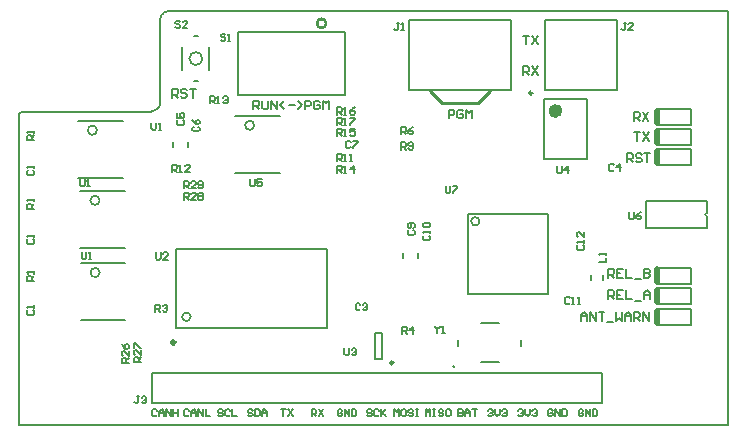
<source format=gto>
G04*
G04 #@! TF.GenerationSoftware,Altium Limited,Altium Designer,18.0.12 (696)*
G04*
G04 Layer_Color=65535*
%FSLAX44Y44*%
%MOMM*%
G71*
G01*
G75*
%ADD10C,0.2000*%
%ADD11C,0.3000*%
%ADD12C,0.1524*%
%ADD13C,0.0000*%
%ADD14C,0.2540*%
%ADD15C,0.2500*%
%ADD16C,0.6000*%
%ADD17C,0.2032*%
%ADD18C,0.5000*%
%ADD19C,0.1500*%
%ADD20C,0.1520*%
D10*
X145606Y91402D02*
G03*
X145606Y91402I-3605J0D01*
G01*
X583074Y179625D02*
G03*
X583074Y176375I0J-1625D01*
G01*
X155500Y310000D02*
G03*
X155500Y310000I-5500J0D01*
G01*
X113151Y43700D02*
X494151D01*
Y18300D02*
Y43700D01*
X113151Y18300D02*
X494151D01*
X113151D02*
Y43700D01*
X133000Y82152D02*
Y148652D01*
X261000D01*
Y82152D02*
Y148652D01*
X133000Y82152D02*
X261000D01*
X446024Y342972D02*
X506984D01*
Y283028D02*
Y342972D01*
X446024Y283028D02*
X506984D01*
X446024D02*
Y342972D01*
X583074Y179625D02*
Y189650D01*
Y166350D02*
Y176375D01*
X531074Y166350D02*
X583074D01*
X531074D02*
Y189650D01*
X583074D01*
X540510Y102216D02*
X569000D01*
Y115716D01*
X540510D02*
X569000D01*
X540510Y119488D02*
X569000D01*
Y132988D01*
X540510D02*
X569000D01*
X540510Y84436D02*
X569000D01*
Y97936D01*
X540510D02*
X569000D01*
X391160Y86090D02*
X406400D01*
X425450Y67040D02*
Y72120D01*
X391160Y53070D02*
X406400D01*
X372110Y67040D02*
Y72120D01*
X540512Y233272D02*
X569002D01*
Y219772D02*
Y233272D01*
X540512Y219772D02*
X569002D01*
X540512Y267278D02*
X569002D01*
Y253778D02*
Y267278D01*
X540512Y253778D02*
X569002D01*
X540512Y250275D02*
X569002D01*
Y236775D02*
Y250275D01*
X540512Y236775D02*
X569002D01*
X416814Y283028D02*
Y342972D01*
X330454D02*
X416814D01*
X330454Y283028D02*
Y342972D01*
Y283028D02*
X416814D01*
X185280Y278820D02*
Y332160D01*
X275958Y278820D02*
Y332160D01*
X185280D02*
X275958D01*
X185280Y278820D02*
X275958D01*
X484557Y122460D02*
Y126460D01*
X494557Y122460D02*
Y126460D01*
X130656Y234982D02*
Y238982D01*
X143156Y234982D02*
Y238982D01*
X338250Y141256D02*
Y145256D01*
X325750Y141256D02*
Y145256D01*
X301546Y55548D02*
X307546D01*
X301546Y77548D02*
X307546D01*
Y55548D02*
Y77548D01*
X301546Y55548D02*
Y77548D01*
X444542Y224690D02*
Y275690D01*
X481542Y224690D02*
Y275690D01*
X444542D02*
X481542D01*
X444542Y224690D02*
X481542D01*
X148250Y290750D02*
X151500D01*
X161500Y300500D02*
Y319500D01*
X148250Y329250D02*
X151500D01*
X138250Y300500D02*
Y319500D01*
X364000Y259332D02*
Y266829D01*
X367749D01*
X368998Y265580D01*
Y263081D01*
X367749Y261831D01*
X364000D01*
X376496Y265580D02*
X375246Y266829D01*
X372747D01*
X371498Y265580D01*
Y260581D01*
X372747Y259332D01*
X375246D01*
X376496Y260581D01*
Y263081D01*
X373997D01*
X378995Y259332D02*
Y266829D01*
X381494Y264330D01*
X383994Y266829D01*
Y259332D01*
X129926Y277000D02*
Y284498D01*
X133675D01*
X134924Y283248D01*
Y280749D01*
X133675Y279499D01*
X129926D01*
X132425D02*
X134924Y277000D01*
X142422Y283248D02*
X141172Y284498D01*
X138673D01*
X137423Y283248D01*
Y281998D01*
X138673Y280749D01*
X141172D01*
X142422Y279499D01*
Y278250D01*
X141172Y277000D01*
X138673D01*
X137423Y278250D01*
X144921Y284498D02*
X149920D01*
X147420D01*
Y277000D01*
X427000Y329498D02*
X431998D01*
X429499D01*
Y322000D01*
X434498Y329498D02*
X439496Y322000D01*
Y329498D02*
X434498Y322000D01*
X427000Y296000D02*
Y303498D01*
X430749D01*
X431998Y302248D01*
Y299749D01*
X430749Y298499D01*
X427000D01*
X429499D02*
X431998Y296000D01*
X434498Y303498D02*
X439496Y296000D01*
Y303498D02*
X434498Y296000D01*
X198651Y267000D02*
Y274498D01*
X202400D01*
X203650Y273248D01*
Y270749D01*
X202400Y269499D01*
X198651D01*
X201150D02*
X203650Y267000D01*
X206149Y274498D02*
Y268250D01*
X207398Y267000D01*
X209897D01*
X211147Y268250D01*
Y274498D01*
X213646Y267000D02*
Y274498D01*
X218645Y267000D01*
Y274498D01*
X224893Y267000D02*
X221144Y270749D01*
X224893Y274498D01*
X228641Y270749D02*
X233640D01*
X236139Y267000D02*
X239888Y270749D01*
X236139Y274498D01*
X242387Y267000D02*
Y274498D01*
X246136D01*
X247386Y273248D01*
Y270749D01*
X246136Y269499D01*
X242387D01*
X254883Y273248D02*
X253633Y274498D01*
X251134D01*
X249885Y273248D01*
Y268250D01*
X251134Y267000D01*
X253633D01*
X254883Y268250D01*
Y270749D01*
X252384D01*
X257382Y267000D02*
Y274498D01*
X259881Y271998D01*
X262381Y274498D01*
Y267000D01*
X499364Y124460D02*
Y131958D01*
X503113D01*
X504362Y130708D01*
Y128209D01*
X503113Y126959D01*
X499364D01*
X501863D02*
X504362Y124460D01*
X511860Y131958D02*
X506862D01*
Y124460D01*
X511860D01*
X506862Y128209D02*
X509361D01*
X514359Y131958D02*
Y124460D01*
X519358D01*
X521857Y123210D02*
X526855D01*
X529354Y131958D02*
Y124460D01*
X533103D01*
X534353Y125710D01*
Y126959D01*
X533103Y128209D01*
X529354D01*
X533103D01*
X534353Y129458D01*
Y130708D01*
X533103Y131958D01*
X529354D01*
X499364Y106172D02*
Y113670D01*
X503113D01*
X504362Y112420D01*
Y109921D01*
X503113Y108671D01*
X499364D01*
X501863D02*
X504362Y106172D01*
X511860Y113670D02*
X506862D01*
Y106172D01*
X511860D01*
X506862Y109921D02*
X509361D01*
X514359Y113670D02*
Y106172D01*
X519358D01*
X521857Y104922D02*
X526855D01*
X529354Y106172D02*
Y111170D01*
X531854Y113670D01*
X534353Y111170D01*
Y106172D01*
Y109921D01*
X529354D01*
X475996Y87884D02*
Y92882D01*
X478495Y95382D01*
X480994Y92882D01*
Y87884D01*
Y91633D01*
X475996D01*
X483494Y87884D02*
Y95382D01*
X488492Y87884D01*
Y95382D01*
X490991D02*
X495990D01*
X493490D01*
Y87884D01*
X498489Y86634D02*
X503487D01*
X505986Y95382D02*
Y87884D01*
X508486Y90383D01*
X510985Y87884D01*
Y95382D01*
X513484Y87884D02*
Y92882D01*
X515983Y95382D01*
X518482Y92882D01*
Y87884D01*
Y91633D01*
X513484D01*
X520982Y87884D02*
Y95382D01*
X524730D01*
X525980Y94132D01*
Y91633D01*
X524730Y90383D01*
X520982D01*
X523481D02*
X525980Y87884D01*
X528479D02*
Y95382D01*
X533478Y87884D01*
Y95382D01*
X520700Y257556D02*
Y265054D01*
X524449D01*
X525698Y263804D01*
Y261305D01*
X524449Y260055D01*
X520700D01*
X523199D02*
X525698Y257556D01*
X528198Y265054D02*
X533196Y257556D01*
Y265054D02*
X528198Y257556D01*
X520954Y247782D02*
X525952D01*
X523453D01*
Y240284D01*
X528452Y247782D02*
X533450Y240284D01*
Y247782D02*
X528452Y240284D01*
X514858Y222250D02*
Y229748D01*
X518607D01*
X519856Y228498D01*
Y225999D01*
X518607Y224749D01*
X514858D01*
X517357D02*
X519856Y222250D01*
X527354Y228498D02*
X526104Y229748D01*
X523605D01*
X522356Y228498D01*
Y227248D01*
X523605Y225999D01*
X526104D01*
X527354Y224749D01*
Y223500D01*
X526104Y222250D01*
X523605D01*
X522356Y223500D01*
X529853Y229748D02*
X534852D01*
X532352D01*
Y222250D01*
D11*
X132460Y69682D02*
G03*
X132460Y69682I-1500J0D01*
G01*
D12*
X199453Y253496D02*
G03*
X199453Y253496I-3877J0D01*
G01*
X390180Y172212D02*
G03*
X390180Y172212I-3592J0D01*
G01*
X68629Y128860D02*
G03*
X68629Y128860I-3877J0D01*
G01*
X68485Y189992D02*
G03*
X68485Y189992I-3877J0D01*
G01*
X66273Y249306D02*
G03*
X66273Y249306I-3877J0D01*
G01*
X380020Y178780D02*
X448020D01*
X380020Y110780D02*
Y178780D01*
Y110780D02*
X448020D01*
Y178780D01*
D13*
X369280Y49080D02*
G03*
X369280Y49080I-1000J0D01*
G01*
D14*
X260210Y339780D02*
G03*
X260210Y339780I-3810J0D01*
G01*
X388630Y272000D02*
X399030Y282700D01*
X358630Y272000D02*
X388630D01*
X348230Y282700D02*
X358630Y272000D01*
D15*
X317046Y52548D02*
G03*
X317046Y52548I-1250J0D01*
G01*
X434792Y280690D02*
G03*
X434792Y280690I-1250J0D01*
G01*
D16*
X457542Y265690D02*
G03*
X457542Y265690I-3000J0D01*
G01*
D17*
X188180Y213240D02*
X221180D01*
X183180D02*
X188180D01*
Y261240D02*
X221180D01*
X183180D02*
X188180D01*
X52356Y136604D02*
X57356D01*
X90356D01*
X52356Y88604D02*
X57356D01*
X90356D01*
X57212Y149736D02*
X90212D01*
X52212D02*
X57212D01*
Y197736D02*
X90212D01*
X52212D02*
X57212D01*
X55000Y209050D02*
X88000D01*
X50000D02*
X55000D01*
Y257050D02*
X88000D01*
X50000D02*
X55000D01*
D18*
X540760Y103696D02*
Y114196D01*
Y120968D02*
Y131468D01*
Y85916D02*
Y96416D01*
X540762Y221252D02*
Y231752D01*
Y255258D02*
Y265758D01*
Y238255D02*
Y248755D01*
D19*
X397282Y11998D02*
X398281Y12998D01*
X400281D01*
X401280Y11998D01*
Y10999D01*
X400281Y9999D01*
X399281D01*
X400281D01*
X401280Y8999D01*
Y8000D01*
X400281Y7000D01*
X398281D01*
X397282Y8000D01*
X403280Y12998D02*
Y8999D01*
X405279Y7000D01*
X407278Y8999D01*
Y12998D01*
X409278Y11998D02*
X410277Y12998D01*
X412277D01*
X413276Y11998D01*
Y10999D01*
X412277Y9999D01*
X411277D01*
X412277D01*
X413276Y8999D01*
Y8000D01*
X412277Y7000D01*
X410277D01*
X409278Y8000D01*
X451999Y11998D02*
X450999Y12998D01*
X449000D01*
X448000Y11998D01*
Y8000D01*
X449000Y7000D01*
X450999D01*
X451999Y8000D01*
Y9999D01*
X449999D01*
X453998Y7000D02*
Y12998D01*
X457997Y7000D01*
Y12998D01*
X459996D02*
Y7000D01*
X462995D01*
X463995Y8000D01*
Y11998D01*
X462995Y12998D01*
X459996D01*
X298999Y11998D02*
X297999Y12998D01*
X296000D01*
X295000Y11998D01*
Y10999D01*
X296000Y9999D01*
X297999D01*
X298999Y8999D01*
Y8000D01*
X297999Y7000D01*
X296000D01*
X295000Y8000D01*
X304997Y11998D02*
X303997Y12998D01*
X301998D01*
X300998Y11998D01*
Y8000D01*
X301998Y7000D01*
X303997D01*
X304997Y8000D01*
X306996Y12998D02*
Y7000D01*
Y8999D01*
X310995Y12998D01*
X307996Y9999D01*
X310995Y7000D01*
X116999Y11998D02*
X115999Y12998D01*
X114000D01*
X113000Y11998D01*
Y8000D01*
X114000Y7000D01*
X115999D01*
X116999Y8000D01*
X118998Y7000D02*
Y10999D01*
X120997Y12998D01*
X122997Y10999D01*
Y7000D01*
Y9999D01*
X118998D01*
X124996Y7000D02*
Y12998D01*
X128995Y7000D01*
Y12998D01*
X130994D02*
Y7000D01*
Y9999D01*
X134993D01*
Y12998D01*
Y7000D01*
X144207Y11998D02*
X143207Y12998D01*
X141208D01*
X140208Y11998D01*
Y8000D01*
X141208Y7000D01*
X143207D01*
X144207Y8000D01*
X146206Y7000D02*
Y10999D01*
X148205Y12998D01*
X150205Y10999D01*
Y7000D01*
Y9999D01*
X146206D01*
X152204Y7000D02*
Y12998D01*
X156203Y7000D01*
Y12998D01*
X158202D02*
Y7000D01*
X162201D01*
X222000Y12998D02*
X225999D01*
X223999D01*
Y7000D01*
X227998Y12998D02*
X231997Y7000D01*
Y12998D02*
X227998Y7000D01*
X197999Y11998D02*
X196999Y12998D01*
X195000D01*
X194000Y11998D01*
Y10999D01*
X195000Y9999D01*
X196999D01*
X197999Y8999D01*
Y8000D01*
X196999Y7000D01*
X195000D01*
X194000Y8000D01*
X199998Y12998D02*
Y7000D01*
X202997D01*
X203997Y8000D01*
Y11998D01*
X202997Y12998D01*
X199998D01*
X205996Y7000D02*
Y10999D01*
X207995Y12998D01*
X209995Y10999D01*
Y7000D01*
Y9999D01*
X205996D01*
X423000Y11998D02*
X424000Y12998D01*
X425999D01*
X426999Y11998D01*
Y10999D01*
X425999Y9999D01*
X424999D01*
X425999D01*
X426999Y8999D01*
Y8000D01*
X425999Y7000D01*
X424000D01*
X423000Y8000D01*
X428998Y12998D02*
Y8999D01*
X430997Y7000D01*
X432997Y8999D01*
Y12998D01*
X434996Y11998D02*
X435996Y12998D01*
X437995D01*
X438995Y11998D01*
Y10999D01*
X437995Y9999D01*
X436996D01*
X437995D01*
X438995Y8999D01*
Y8000D01*
X437995Y7000D01*
X435996D01*
X434996Y8000D01*
X172999Y11998D02*
X171999Y12998D01*
X170000D01*
X169000Y11998D01*
Y10999D01*
X170000Y9999D01*
X171999D01*
X172999Y8999D01*
Y8000D01*
X171999Y7000D01*
X170000D01*
X169000Y8000D01*
X178997Y11998D02*
X177997Y12998D01*
X175998D01*
X174998Y11998D01*
Y8000D01*
X175998Y7000D01*
X177997D01*
X178997Y8000D01*
X180996Y12998D02*
Y7000D01*
X184995D01*
X248000D02*
Y12998D01*
X250999D01*
X251999Y11998D01*
Y9999D01*
X250999Y8999D01*
X248000D01*
X249999D02*
X251999Y7000D01*
X253998Y12998D02*
X257997Y7000D01*
Y12998D02*
X253998Y7000D01*
X318000D02*
Y12998D01*
X319999Y10999D01*
X321999Y12998D01*
Y7000D01*
X326997Y12998D02*
X324998D01*
X323998Y11998D01*
Y8000D01*
X324998Y7000D01*
X326997D01*
X327997Y8000D01*
Y11998D01*
X326997Y12998D01*
X333995Y11998D02*
X332995Y12998D01*
X330996D01*
X329996Y11998D01*
Y10999D01*
X330996Y9999D01*
X332995D01*
X333995Y8999D01*
Y8000D01*
X332995Y7000D01*
X330996D01*
X329996Y8000D01*
X335994Y12998D02*
X337994D01*
X336994D01*
Y7000D01*
X335994D01*
X337994D01*
X344678D02*
Y12998D01*
X346677Y10999D01*
X348677Y12998D01*
Y7000D01*
X350676Y12998D02*
X352675D01*
X351676D01*
Y7000D01*
X350676D01*
X352675D01*
X359673Y11998D02*
X358674Y12998D01*
X356674D01*
X355674Y11998D01*
Y10999D01*
X356674Y9999D01*
X358674D01*
X359673Y8999D01*
Y8000D01*
X358674Y7000D01*
X356674D01*
X355674Y8000D01*
X364672Y12998D02*
X362672D01*
X361673Y11998D01*
Y8000D01*
X362672Y7000D01*
X364672D01*
X365671Y8000D01*
Y11998D01*
X364672Y12998D01*
X273999Y11998D02*
X272999Y12998D01*
X271000D01*
X270000Y11998D01*
Y8000D01*
X271000Y7000D01*
X272999D01*
X273999Y8000D01*
Y9999D01*
X271999D01*
X275998Y7000D02*
Y12998D01*
X279997Y7000D01*
Y12998D01*
X281996D02*
Y7000D01*
X284995D01*
X285995Y8000D01*
Y11998D01*
X284995Y12998D01*
X281996D01*
X372000D02*
Y7000D01*
X374999D01*
X375999Y8000D01*
Y8999D01*
X374999Y9999D01*
X372000D01*
X374999D01*
X375999Y10999D01*
Y11998D01*
X374999Y12998D01*
X372000D01*
X377998Y7000D02*
Y10999D01*
X379997Y12998D01*
X381997Y10999D01*
Y7000D01*
Y9999D01*
X377998D01*
X383996Y12998D02*
X387995D01*
X385995D01*
Y7000D01*
X477999Y11998D02*
X476999Y12998D01*
X475000D01*
X474000Y11998D01*
Y8000D01*
X475000Y7000D01*
X476999D01*
X477999Y8000D01*
Y9999D01*
X475999D01*
X479998Y7000D02*
Y12998D01*
X483997Y7000D01*
Y12998D01*
X485996D02*
Y7000D01*
X488995D01*
X489995Y8000D01*
Y11998D01*
X488995Y12998D01*
X485996D01*
X101999Y23998D02*
X99999D01*
X100999D01*
Y19000D01*
X99999Y18000D01*
X99000D01*
X98000Y19000D01*
X103998Y22998D02*
X104998Y23998D01*
X106997D01*
X107997Y22998D01*
Y21999D01*
X106997Y20999D01*
X105997D01*
X106997D01*
X107997Y19999D01*
Y19000D01*
X106997Y18000D01*
X104998D01*
X103998Y19000D01*
X8002Y156999D02*
X7002Y155999D01*
Y154000D01*
X8002Y153000D01*
X12000D01*
X13000Y154000D01*
Y155999D01*
X12000Y156999D01*
X13000Y158998D02*
Y160997D01*
Y159998D01*
X7002D01*
X8002Y158998D01*
X514285Y340080D02*
X512285D01*
X513285D01*
Y335082D01*
X512285Y334082D01*
X511286D01*
X510286Y335082D01*
X520283Y334082D02*
X516284D01*
X520283Y338081D01*
Y339080D01*
X519283Y340080D01*
X517284D01*
X516284Y339080D01*
X196000Y207738D02*
Y202740D01*
X197000Y201740D01*
X198999D01*
X199999Y202740D01*
Y207738D01*
X205997D02*
X201998D01*
Y204739D01*
X203997Y205739D01*
X204997D01*
X205997Y204739D01*
Y202740D01*
X204997Y201740D01*
X202998D01*
X201998Y202740D01*
X517000Y179998D02*
Y175000D01*
X518000Y174000D01*
X519999D01*
X520999Y175000D01*
Y179998D01*
X526997D02*
X524997Y178998D01*
X522998Y176999D01*
Y175000D01*
X523998Y174000D01*
X525997D01*
X526997Y175000D01*
Y175999D01*
X525997Y176999D01*
X522998D01*
X116228Y145832D02*
Y140834D01*
X117228Y139834D01*
X119227D01*
X120227Y140834D01*
Y145832D01*
X126225Y139834D02*
X122226D01*
X126225Y143833D01*
Y144832D01*
X125225Y145832D01*
X123226D01*
X122226Y144832D01*
X174999Y329998D02*
X173999Y330998D01*
X172000D01*
X171000Y329998D01*
Y328999D01*
X172000Y327999D01*
X173999D01*
X174999Y326999D01*
Y326000D01*
X173999Y325000D01*
X172000D01*
X171000Y326000D01*
X176998Y325000D02*
X178997D01*
X177998D01*
Y330998D01*
X176998Y329998D01*
X321999Y339998D02*
X319999D01*
X320999D01*
Y335000D01*
X319999Y334000D01*
X319000D01*
X318000Y335000D01*
X323998Y334000D02*
X325997D01*
X324998D01*
Y339998D01*
X323998Y338998D01*
X352552Y83960D02*
Y82960D01*
X354551Y80961D01*
X356551Y82960D01*
Y83960D01*
X354551Y80961D02*
Y77962D01*
X358550D02*
X360549D01*
X359550D01*
Y83960D01*
X358550Y82960D01*
X361442Y201832D02*
Y196834D01*
X362442Y195834D01*
X364441D01*
X365441Y196834D01*
Y201832D01*
X367440D02*
X371439D01*
Y200832D01*
X367440Y196834D01*
Y195834D01*
X269526Y253570D02*
Y259568D01*
X272525D01*
X273525Y258568D01*
Y256569D01*
X272525Y255569D01*
X269526D01*
X271525D02*
X273525Y253570D01*
X275524D02*
X277523D01*
X276524D01*
Y259568D01*
X275524Y258568D01*
X280522Y259568D02*
X284521D01*
Y258568D01*
X280522Y254570D01*
Y253570D01*
X269526Y262601D02*
Y268599D01*
X272525D01*
X273525Y267599D01*
Y265600D01*
X272525Y264600D01*
X269526D01*
X271525D02*
X273525Y262601D01*
X275524D02*
X277523D01*
X276524D01*
Y268599D01*
X275524Y267599D01*
X284521Y268599D02*
X282522Y267599D01*
X280522Y265600D01*
Y263601D01*
X281522Y262601D01*
X283521D01*
X284521Y263601D01*
Y264600D01*
X283521Y265600D01*
X280522D01*
X269526Y244680D02*
Y250678D01*
X272525D01*
X273525Y249678D01*
Y247679D01*
X272525Y246679D01*
X269526D01*
X271525D02*
X273525Y244680D01*
X275524D02*
X277523D01*
X276524D01*
Y250678D01*
X275524Y249678D01*
X284521Y250678D02*
X280522D01*
Y247679D01*
X282522Y248679D01*
X283521D01*
X284521Y247679D01*
Y245680D01*
X283521Y244680D01*
X281522D01*
X280522Y245680D01*
X269526Y213315D02*
Y219313D01*
X272525D01*
X273525Y218313D01*
Y216314D01*
X272525Y215314D01*
X269526D01*
X271525D02*
X273525Y213315D01*
X275524D02*
X277523D01*
X276524D01*
Y219313D01*
X275524Y218313D01*
X283521Y213315D02*
Y219313D01*
X280522Y216314D01*
X284521D01*
X162000Y272000D02*
Y277998D01*
X164999D01*
X165999Y276998D01*
Y274999D01*
X164999Y273999D01*
X162000D01*
X163999D02*
X165999Y272000D01*
X167998D02*
X169997D01*
X168998D01*
Y277998D01*
X167998Y276998D01*
X172996D02*
X173996Y277998D01*
X175996D01*
X176995Y276998D01*
Y275999D01*
X175996Y274999D01*
X174996D01*
X175996D01*
X176995Y273999D01*
Y273000D01*
X175996Y272000D01*
X173996D01*
X172996Y273000D01*
X129926Y214000D02*
Y219998D01*
X132925D01*
X133925Y218998D01*
Y216999D01*
X132925Y215999D01*
X129926D01*
X131925D02*
X133925Y214000D01*
X135924D02*
X137923D01*
X136924D01*
Y219998D01*
X135924Y218998D01*
X144921Y214000D02*
X140922D01*
X144921Y217999D01*
Y218998D01*
X143921Y219998D01*
X141922D01*
X140922Y218998D01*
X269526Y223000D02*
Y228998D01*
X272525D01*
X273525Y227998D01*
Y225999D01*
X272525Y224999D01*
X269526D01*
X271525D02*
X273525Y223000D01*
X275524D02*
X277523D01*
X276524D01*
Y228998D01*
X275524Y227998D01*
X280522Y223000D02*
X282522D01*
X281522D01*
Y228998D01*
X280522Y227998D01*
X491334Y137414D02*
X497332D01*
Y141413D01*
Y143412D02*
Y145411D01*
Y144412D01*
X491334D01*
X492334Y143412D01*
X473792Y151999D02*
X472792Y150999D01*
Y149000D01*
X473792Y148000D01*
X477790D01*
X478790Y149000D01*
Y150999D01*
X477790Y151999D01*
X478790Y153998D02*
Y155997D01*
Y154998D01*
X472792D01*
X473792Y153998D01*
X478790Y162995D02*
Y158996D01*
X474791Y162995D01*
X473792D01*
X472792Y161996D01*
Y159996D01*
X473792Y158996D01*
X466533Y107360D02*
X465533Y108360D01*
X463534D01*
X462534Y107360D01*
Y103362D01*
X463534Y102362D01*
X465533D01*
X466533Y103362D01*
X468532Y102362D02*
X470531D01*
X469532D01*
Y108360D01*
X468532Y107360D01*
X473530Y102362D02*
X475530D01*
X474530D01*
Y108360D01*
X473530Y107360D01*
X343236Y159999D02*
X342236Y158999D01*
Y157000D01*
X343236Y156000D01*
X347234D01*
X348234Y157000D01*
Y158999D01*
X347234Y159999D01*
X348234Y161998D02*
Y163997D01*
Y162998D01*
X342236D01*
X343236Y161998D01*
Y166996D02*
X342236Y167996D01*
Y169995D01*
X343236Y170995D01*
X347234D01*
X348234Y169995D01*
Y167996D01*
X347234Y166996D01*
X343236D01*
X330262Y164745D02*
X329262Y163745D01*
Y161746D01*
X330262Y160746D01*
X334260D01*
X335260Y161746D01*
Y163745D01*
X334260Y164745D01*
Y166744D02*
X335260Y167744D01*
Y169743D01*
X334260Y170743D01*
X330262D01*
X329262Y169743D01*
Y167744D01*
X330262Y166744D01*
X331261D01*
X332261Y167744D01*
Y170743D01*
X280999Y238998D02*
X279999Y239998D01*
X278000D01*
X277000Y238998D01*
Y235000D01*
X278000Y234000D01*
X279999D01*
X280999Y235000D01*
X282998Y239998D02*
X286997D01*
Y238998D01*
X282998Y235000D01*
Y234000D01*
X148164Y252411D02*
X147164Y251411D01*
Y249412D01*
X148164Y248412D01*
X152162D01*
X153162Y249412D01*
Y251411D01*
X152162Y252411D01*
X147164Y258409D02*
X148164Y256409D01*
X150163Y254410D01*
X152162D01*
X153162Y255410D01*
Y257409D01*
X152162Y258409D01*
X151163D01*
X150163Y257409D01*
Y254410D01*
X135210Y257807D02*
X134210Y256807D01*
Y254808D01*
X135210Y253808D01*
X139208D01*
X140208Y254808D01*
Y256807D01*
X139208Y257807D01*
X134210Y263805D02*
Y259806D01*
X137209D01*
X136209Y261805D01*
Y262805D01*
X137209Y263805D01*
X139208D01*
X140208Y262805D01*
Y260806D01*
X139208Y259806D01*
X503999Y219998D02*
X502999Y220998D01*
X501000D01*
X500000Y219998D01*
Y216000D01*
X501000Y215000D01*
X502999D01*
X503999Y216000D01*
X508997Y215000D02*
Y220998D01*
X505998Y217999D01*
X509997D01*
X53340Y146206D02*
Y141208D01*
X54340Y140208D01*
X56339D01*
X57339Y141208D01*
Y146206D01*
X59338Y140208D02*
X61337D01*
X60338D01*
Y146206D01*
X59338Y145206D01*
X8002Y215327D02*
X7002Y214327D01*
Y212328D01*
X8002Y211328D01*
X12000D01*
X13000Y212328D01*
Y214327D01*
X12000Y215327D01*
X13000Y217326D02*
Y219325D01*
Y218326D01*
X7002D01*
X8002Y217326D01*
X275844Y64672D02*
Y59674D01*
X276844Y58674D01*
X278843D01*
X279843Y59674D01*
Y64672D01*
X281842Y63672D02*
X282842Y64672D01*
X284841D01*
X285841Y63672D01*
Y62673D01*
X284841Y61673D01*
X283841D01*
X284841D01*
X285841Y60673D01*
Y59674D01*
X284841Y58674D01*
X282842D01*
X281842Y59674D01*
X324000Y233000D02*
Y238998D01*
X326999D01*
X327999Y237998D01*
Y235999D01*
X326999Y234999D01*
X324000D01*
X325999D02*
X327999Y233000D01*
X329998Y234000D02*
X330998Y233000D01*
X332997D01*
X333997Y234000D01*
Y237998D01*
X332997Y238998D01*
X330998D01*
X329998Y237998D01*
Y236999D01*
X330998Y235999D01*
X333997D01*
X324000Y246000D02*
Y251998D01*
X326999D01*
X327999Y250998D01*
Y248999D01*
X326999Y247999D01*
X324000D01*
X325999D02*
X327999Y246000D01*
X333997Y251998D02*
X331997Y250998D01*
X329998Y248999D01*
Y247000D01*
X330998Y246000D01*
X332997D01*
X333997Y247000D01*
Y247999D01*
X332997Y248999D01*
X329998D01*
X140000Y200000D02*
Y205998D01*
X142999D01*
X143999Y204998D01*
Y202999D01*
X142999Y201999D01*
X140000D01*
X141999D02*
X143999Y200000D01*
X149997D02*
X145998D01*
X149997Y203999D01*
Y204998D01*
X148997Y205998D01*
X146998D01*
X145998Y204998D01*
X151996Y201000D02*
X152996Y200000D01*
X154995D01*
X155995Y201000D01*
Y204998D01*
X154995Y205998D01*
X152996D01*
X151996Y204998D01*
Y203999D01*
X152996Y202999D01*
X155995D01*
X140068Y190500D02*
Y196498D01*
X143067D01*
X144067Y195498D01*
Y193499D01*
X143067Y192499D01*
X140068D01*
X142067D02*
X144067Y190500D01*
X150065D02*
X146066D01*
X150065Y194499D01*
Y195498D01*
X149065Y196498D01*
X147066D01*
X146066Y195498D01*
X152064D02*
X153064Y196498D01*
X155063D01*
X156063Y195498D01*
Y194499D01*
X155063Y193499D01*
X156063Y192499D01*
Y191500D01*
X155063Y190500D01*
X153064D01*
X152064Y191500D01*
Y192499D01*
X153064Y193499D01*
X152064Y194499D01*
Y195498D01*
X153064Y193499D02*
X155063D01*
X324692Y76962D02*
Y82960D01*
X327691D01*
X328691Y81960D01*
Y79961D01*
X327691Y78961D01*
X324692D01*
X326691D02*
X328691Y76962D01*
X333689D02*
Y82960D01*
X330690Y79961D01*
X334689D01*
X115824Y95758D02*
Y101756D01*
X118823D01*
X119823Y100756D01*
Y98757D01*
X118823Y97757D01*
X115824D01*
X117823D02*
X119823Y95758D01*
X121822Y100756D02*
X122822Y101756D01*
X124821D01*
X125821Y100756D01*
Y99757D01*
X124821Y98757D01*
X123821D01*
X124821D01*
X125821Y97757D01*
Y96758D01*
X124821Y95758D01*
X122822D01*
X121822Y96758D01*
X289241Y101772D02*
X288241Y102772D01*
X286242D01*
X285242Y101772D01*
Y97774D01*
X286242Y96774D01*
X288241D01*
X289241Y97774D01*
X291240Y101772D02*
X292240Y102772D01*
X294239D01*
X295239Y101772D01*
Y100773D01*
X294239Y99773D01*
X293239D01*
X294239D01*
X295239Y98773D01*
Y97774D01*
X294239Y96774D01*
X292240D01*
X291240Y97774D01*
X13000Y241000D02*
X7002D01*
Y243999D01*
X8002Y244999D01*
X10001D01*
X11001Y243999D01*
Y241000D01*
Y242999D02*
X13000Y244999D01*
Y246998D02*
Y248997D01*
Y247998D01*
X7002D01*
X8002Y246998D01*
X456024Y219028D02*
Y214030D01*
X457024Y213030D01*
X459024D01*
X460023Y214030D01*
Y219028D01*
X465022Y213030D02*
Y219028D01*
X462023Y216029D01*
X466021D01*
X52000Y207738D02*
Y202740D01*
X53000Y201740D01*
X54999D01*
X55999Y202740D01*
Y207738D01*
X57998Y201740D02*
X59997D01*
X58998D01*
Y207738D01*
X57998Y206738D01*
X112390Y255844D02*
Y250846D01*
X113390Y249846D01*
X115389D01*
X116389Y250846D01*
Y255844D01*
X118388Y249846D02*
X120387D01*
X119388D01*
Y255844D01*
X118388Y254844D01*
X13000Y122000D02*
X7002D01*
Y124999D01*
X8002Y125999D01*
X10001D01*
X11001Y124999D01*
Y122000D01*
Y123999D02*
X13000Y125999D01*
Y127998D02*
Y129997D01*
Y128998D01*
X7002D01*
X8002Y127998D01*
X13000Y183000D02*
X7002D01*
Y185999D01*
X8002Y186999D01*
X10001D01*
X11001Y185999D01*
Y183000D01*
Y184999D02*
X13000Y186999D01*
Y188998D02*
Y190997D01*
Y189998D01*
X7002D01*
X8002Y188998D01*
Y96999D02*
X7002Y95999D01*
Y94000D01*
X8002Y93000D01*
X12000D01*
X13000Y94000D01*
Y95999D01*
X12000Y96999D01*
X13000Y98998D02*
Y100997D01*
Y99998D01*
X7002D01*
X8002Y98998D01*
X136748Y340998D02*
X135749Y341998D01*
X133749D01*
X132750Y340998D01*
Y339999D01*
X133749Y338999D01*
X135749D01*
X136748Y337999D01*
Y337000D01*
X135749Y336000D01*
X133749D01*
X132750Y337000D01*
X142746Y336000D02*
X138748D01*
X142746Y339999D01*
Y340998D01*
X141747Y341998D01*
X139747D01*
X138748Y340998D01*
X103501Y53001D02*
X97503D01*
Y56000D01*
X98502Y56999D01*
X100502D01*
X101501Y56000D01*
Y53001D01*
Y55000D02*
X103501Y56999D01*
Y62997D02*
Y58999D01*
X99502Y62997D01*
X98502D01*
X97503Y61998D01*
Y59998D01*
X98502Y58999D01*
X97503Y64997D02*
Y68995D01*
X98502D01*
X102501Y64997D01*
X103501D01*
X93094Y52376D02*
X87096D01*
Y55375D01*
X88096Y56375D01*
X90095D01*
X91095Y55375D01*
Y52376D01*
Y54375D02*
X93094Y56375D01*
Y62373D02*
Y58374D01*
X89095Y62373D01*
X88096D01*
X87096Y61373D01*
Y59374D01*
X88096Y58374D01*
X87096Y68371D02*
X88096Y66371D01*
X90095Y64372D01*
X92094D01*
X93094Y65372D01*
Y67371D01*
X92094Y68371D01*
X91095D01*
X90095Y67371D01*
Y64372D01*
D20*
X0Y0D02*
Y261586D01*
Y0D02*
X600202D01*
Y350012D01*
X129000D02*
X600202D01*
X126828Y350000D02*
X129000Y350012D01*
X126156Y350000D02*
X126828Y350000D01*
X124837Y349738D02*
X126156Y350000D01*
X123594Y349223D02*
X124837Y349738D01*
X122476Y348475D02*
X123594Y349223D01*
X122000Y348000D02*
X122476Y348475D01*
X121524Y347524D02*
X122000Y348000D01*
X120777Y346406D02*
X121524Y347524D01*
X120262Y345163D02*
X120777Y346406D01*
X120000Y343844D02*
X120262Y345163D01*
X120000Y343172D02*
Y343844D01*
X120000Y274828D02*
X120000Y343172D01*
X120000Y274828D02*
X120053Y273918D01*
X119892Y272102D02*
X120053Y273918D01*
X119380Y270353D02*
X119892Y272102D01*
X118536Y268738D02*
X119380Y270353D01*
X118000Y268000D02*
X118536Y268738D01*
X117184Y267300D02*
X118000Y268000D01*
X115368Y266155D02*
X117184Y267300D01*
X113363Y265387D02*
X115368Y266155D01*
X111246Y265024D02*
X113363Y265387D01*
X110172Y265000D02*
X111246Y265024D01*
X3414Y265000D02*
X110172D01*
X3078Y265000D02*
X3414Y265000D01*
X2418Y264869D02*
X3078Y265000D01*
X1797Y264611D02*
X2418Y264869D01*
X1238Y264238D02*
X1797Y264611D01*
X1000Y264000D02*
X1238Y264238D01*
X762Y263762D02*
X1000Y264000D01*
X389Y263203D02*
X762Y263762D01*
X131Y262582D02*
X389Y263203D01*
X0Y261922D02*
X131Y262582D01*
X0Y261586D02*
Y261922D01*
M02*

</source>
